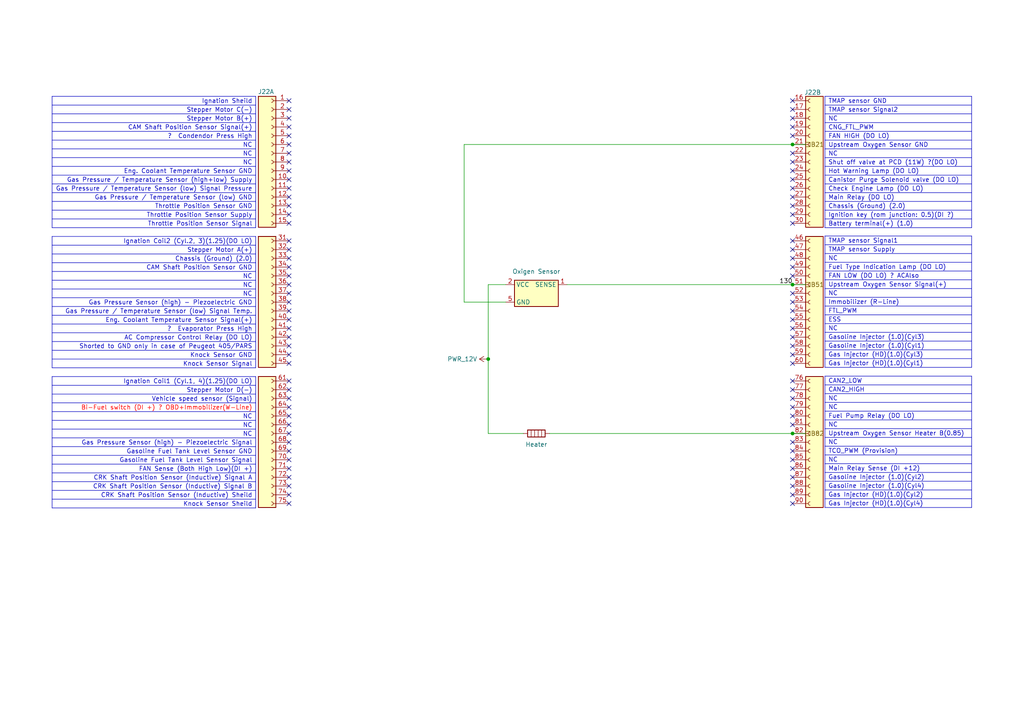
<source format=kicad_sch>
(kicad_sch (version 20250114) (generator "eeschema") (generator_version "9.0")
  (paper "A4")
  (lib_symbols
    (symbol "Device:Heater" (pin_numbers (hide yes)) (pin_names (offset 0))
      (property "Reference" "R" (at 2.032 0 90))
      (property "Value" "Heater" (at -2.032 0 90))
      (symbol "Heater_0_1"
        (polyline (pts (xy -1.016 1.524) (xy 1.016 1.524)))
        (rectangle (start -1.016 -2.54) (end 1.016 2.54) (stroke (width 0.254)))
        (polyline (pts (xy 1.016 0.508) (xy -1.016 0.508)))
        (polyline (pts (xy 1.016 -0.508) (xy -1.016 -0.508)))
        (polyline (pts (xy 1.016 -1.524) (xy -1.016 -1.524)))
      )
      (symbol "Heater_1_1"
        (pin passive line (at 0 3.81 270) (length 1.27) (name "~") (number "1"))
        (pin passive line (at 0 -3.81 90) (length 1.27) (name "~") (number "2"))
      )
    )
    (symbol "SparkFun-Sensor:MQ-7 Gas Sensor"
      (property "Reference" "U" (at -6.35 5.715 0))
      (property "Value" "MQ-7 Gas Sensor" (at -2.54 5.715 0))
      (symbol "MQ-7 Gas Sensor_0_1"
        (rectangle (start -6.35 3.81) (end 6.35 -3.81) (stroke (width 0.254)) (fill (type background)))
      )
      (symbol "MQ-7 Gas Sensor_1_1"
        (pin power_in line (at -8.89 2.54 0) (length 2.54) (name "VCC") (number "2"))
        (pin input line (at -8.89 -2.54 0) (length 2.54) (hide yes) (name "SENSE-GND") (number "4"))
        (pin power_in line (at -8.89 -2.54 0) (length 2.54) (name "GND") (number "5"))
        (pin input line (at -8.89 -2.54 0) (length 2.54) (hide yes) (name "SENSE-GND") (number "6"))
        (pin output line (at 8.89 2.54 180) (length 2.54) (name "SENSE") (number "1"))
        (pin output line (at 8.89 2.54 180) (length 2.54) (hide yes) (name "SENSE") (number "3"))
      )
    )
    (symbol "fab:PWR_12V" (power) (pin_names (offset 0))
      (property "Value" "PWR_12V" (at 0 3.556 0))
      (symbol "PWR_12V_0_1"
        (polyline (pts (xy -0.762 1.27) (xy 0 2.54)))
        (polyline (pts (xy 0 2.54) (xy 0.762 1.27)))
        (polyline (pts (xy 0 0) (xy 0 2.54)))
      )
      (symbol "PWR_12V_1_1"
        (pin power_in line (at 0 0 90) (length 0) (hide yes) (name "PWR_12V") (number "1"))
      )
    )
    (symbol "sicma_socket:Conn_01x90_3Row_Socket" (pin_names (offset 1.016) (hide yes))
      (property "Reference" "J" (at 1.524 60.833 0))
      (property "Value" "Conn_01x90_3Row_Socket" (at 1.397 -61.214 0))
      (symbol "Conn_01x90_3Row_Socket_1_1"
        (rectangle (start -0.508 59.69) (end 4.572 21.717) (stroke (width 0.254)) (fill (type background)))
        (polyline (pts (xy -0.508 58.42) (xy 0.254 58.42)) (stroke (width 0.1524)))
        (polyline (pts (xy -0.508 55.88) (xy 0.254 55.88)) (stroke (width 0.1524)))
        (polyline (pts (xy -0.508 53.34) (xy 0.254 53.34)) (stroke (width 0.1524)))
        (polyline (pts (xy -0.508 50.8) (xy 0.254 50.8)) (stroke (width 0.1524)))
        (polyline (pts (xy -0.508 48.26) (xy 0.254 48.26)) (stroke (width 0.1524)))
        (polyline (pts (xy -0.508 45.72) (xy 0.254 45.72)) (stroke (width 0.1524)))
        (polyline (pts (xy -0.508 43.18) (xy 0.254 43.18)) (stroke (width 0.1524)))
        (polyline (pts (xy -0.508 40.64) (xy 0.254 40.64)) (stroke (width 0.1524)))
        (polyline (pts (xy -0.508 38.1) (xy 0.254 38.1)) (stroke (width 0.1524)))
        (polyline (pts (xy -0.508 35.56) (xy 0.254 35.56)) (stroke (width 0.1524)))
        (polyline (pts (xy -0.508 33.02) (xy 0.254 33.02)) (stroke (width 0.1524)))
        (polyline (pts (xy -0.508 30.48) (xy 0.254 30.48)) (stroke (width 0.1524)))
        (polyline (pts (xy -0.508 27.94) (xy 0.254 27.94)) (stroke (width 0.1524)))
        (polyline (pts (xy -0.508 25.4) (xy 0.254 25.4)) (stroke (width 0.1524)))
        (polyline (pts (xy -0.508 22.86) (xy 0.254 22.86)) (stroke (width 0.1524)))
        (rectangle (start -0.508 19.05) (end 4.572 -18.923) (stroke (width 0.254)) (fill (type background)))
        (polyline (pts (xy -0.508 17.78) (xy 0.254 17.78)) (stroke (width 0.1524)))
        (polyline (pts (xy -0.508 15.24) (xy 0.254 15.24)) (stroke (width 0.1524)))
        (polyline (pts (xy -0.508 12.7) (xy 0.254 12.7)) (stroke (width 0.1524)))
        (polyline (pts (xy -0.508 10.16) (xy 0.254 10.16)) (stroke (width 0.1524)))
        (polyline (pts (xy -0.508 7.62) (xy 0.254 7.62)) (stroke (width 0.1524)))
        (polyline (pts (xy -0.508 5.08) (xy 0.254 5.08)) (stroke (width 0.1524)))
        (polyline (pts (xy -0.508 2.54) (xy 0.254 2.54)) (stroke (width 0.1524)))
        (polyline (pts (xy -0.508 0) (xy 0.254 0)) (stroke (width 0.1524)))
        (polyline (pts (xy -0.508 -2.54) (xy 0.254 -2.54)) (stroke (width 0.1524)))
        (polyline (pts (xy -0.508 -5.08) (xy 0.254 -5.08)) (stroke (width 0.1524)))
        (polyline (pts (xy -0.508 -7.62) (xy 0.254 -7.62)) (stroke (width 0.1524)))
        (polyline (pts (xy -0.508 -10.16) (xy 0.254 -10.16)) (stroke (width 0.1524)))
        (polyline (pts (xy -0.508 -12.7) (xy 0.254 -12.7)) (stroke (width 0.1524)))
        (polyline (pts (xy -0.508 -15.24) (xy 0.254 -15.24)) (stroke (width 0.1524)))
        (polyline (pts (xy -0.508 -17.78) (xy 0.254 -17.78)) (stroke (width 0.1524)))
        (rectangle (start -0.508 -21.59) (end 4.572 -59.563) (stroke (width 0.254)) (fill (type background)))
        (polyline (pts (xy -0.508 -22.86) (xy 0.254 -22.86)) (stroke (width 0.1524)))
        (polyline (pts (xy -0.508 -25.4) (xy 0.254 -25.4)) (stroke (width 0.1524)))
        (polyline (pts (xy -0.508 -27.94) (xy 0.254 -27.94)) (stroke (width 0.1524)))
        (polyline (pts (xy -0.508 -30.48) (xy 0.254 -30.48)) (stroke (width 0.1524)))
        (polyline (pts (xy -0.508 -33.02) (xy 0.254 -33.02)) (stroke (width 0.1524)))
        (polyline (pts (xy -0.508 -35.56) (xy 0.254 -35.56)) (stroke (width 0.1524)))
        (polyline (pts (xy -0.508 -38.1) (xy 0.254 -38.1)) (stroke (width 0.1524)))
        (polyline (pts (xy -0.508 -40.64) (xy 0.254 -40.64)) (stroke (width 0.1524)))
        (polyline (pts (xy -0.508 -43.18) (xy 0.254 -43.18)) (stroke (width 0.1524)))
        (polyline (pts (xy -0.508 -45.72) (xy 0.254 -45.72)) (stroke (width 0.1524)))
        (polyline (pts (xy -0.508 -48.26) (xy 0.254 -48.26)) (stroke (width 0.1524)))
        (polyline (pts (xy -0.508 -50.8) (xy 0.254 -50.8)) (stroke (width 0.1524)))
        (polyline (pts (xy -0.508 -53.34) (xy 0.254 -53.34)) (stroke (width 0.1524)))
        (polyline (pts (xy -0.508 -55.88) (xy 0.254 -55.88)) (stroke (width 0.1524)))
        (polyline (pts (xy -0.508 -58.42) (xy 0.254 -58.42)) (stroke (width 0.1524)))
        (arc (start 0.762 57.912) (mid 0.2562 58.42) (end 0.762 58.928) (stroke (width 0.1524)))
        (arc (start 0.762 55.372) (mid 0.2562 55.88) (end 0.762 56.388) (stroke (width 0.1524)))
        (arc (start 0.762 52.832) (mid 0.2562 53.34) (end 0.762 53.848) (stroke (width 0.1524)))
        (arc (start 0.762 50.292) (mid 0.2562 50.8) (end 0.762 51.308) (stroke (width 0.1524)))
        (arc (start 0.762 47.752) (mid 0.2562 48.26) (end 0.762 48.768) (stroke (width 0.1524)))
        (arc (start 0.762 45.212) (mid 0.2562 45.72) (end 0.762 46.228) (stroke (width 0.1524)))
        (arc (start 0.762 42.672) (mid 0.2562 43.18) (end 0.762 43.688) (stroke (width 0.1524)))
        (arc (start 0.762 40.132) (mid 0.2562 40.64) (end 0.762 41.148) (stroke (width 0.1524)))
        (arc (start 0.762 37.592) (mid 0.2562 38.1) (end 0.762 38.608) (stroke (width 0.1524)))
        (arc (start 0.762 35.052) (mid 0.2562 35.56) (end 0.762 36.068) (stroke (width 0.1524)))
        (arc (start 0.762 32.512) (mid 0.2562 33.02) (end 0.762 33.528) (stroke (width 0.1524)))
        (arc (start 0.762 29.972) (mid 0.2562 30.48) (end 0.762 30.988) (stroke (width 0.1524)))
        (arc (start 0.762 27.432) (mid 0.2562 27.94) (end 0.762 28.448) (stroke (width 0.1524)))
        (arc (start 0.762 24.892) (mid 0.2562 25.4) (end 0.762 25.908) (stroke (width 0.1524)))
        (arc (start 0.762 22.352) (mid 0.2562 22.86) (end 0.762 23.368) (stroke (width 0.1524)))
        (arc (start 0.762 17.272) (mid 0.2562 17.78) (end 0.762 18.288) (stroke (width 0.1524)))
        (arc (start 0.762 14.732) (mid 0.2562 15.24) (end 0.762 15.748) (stroke (width 0.1524)))
        (arc (start 0.762 12.192) (mid 0.2562 12.7) (end 0.762 13.208) (stroke (width 0.1524)))
        (arc (start 0.762 9.652) (mid 0.2562 10.16) (end 0.762 10.668) (stroke (width 0.1524)))
        (arc (start 0.762 7.112) (mid 0.2562 7.62) (end 0.762 8.128) (stroke (width 0.1524)))
        (arc (start 0.762 4.572) (mid 0.2562 5.08) (end 0.762 5.588) (stroke (width 0.1524)))
        (arc (start 0.762 2.032) (mid 0.2562 2.54) (end 0.762 3.048) (stroke (width 0.1524)))
        (arc (start 0.762 -0.508) (mid 0.2562 0) (end 0.762 0.508) (stroke (width 0.1524)))
        (arc (start 0.762 -3.048) (mid 0.2562 -2.54) (end 0.762 -2.032) (stroke (width 0.1524)))
        (arc (start 0.762 -5.588) (mid 0.2562 -5.08) (end 0.762 -4.572) (stroke (width 0.1524)))
        (arc (start 0.762 -8.128) (mid 0.2562 -7.62) (end 0.762 -7.112) (stroke (width 0.1524)))
        (arc (start 0.762 -10.668) (mid 0.2562 -10.16) (end 0.762 -9.652) (stroke (width 0.1524)))
        (arc (start 0.762 -13.208) (mid 0.2562 -12.7) (end 0.762 -12.192) (stroke (width 0.1524)))
        (arc (start 0.762 -15.748) (mid 0.2562 -15.24) (end 0.762 -14.732) (stroke (width 0.1524)))
        (arc (start 0.762 -18.288) (mid 0.2562 -17.78) (end 0.762 -17.272) (stroke (width 0.1524)))
        (arc (start 0.762 -23.368) (mid 0.2562 -22.86) (end 0.762 -22.352) (stroke (width 0.1524)))
        (arc (start 0.762 -25.908) (mid 0.2562 -25.4) (end 0.762 -24.892) (stroke (width 0.1524)))
        (arc (start 0.762 -28.448) (mid 0.2562 -27.94) (end 0.762 -27.432) (stroke (width 0.1524)))
        (arc (start 0.762 -30.988) (mid 0.2562 -30.48) (end 0.762 -29.972) (stroke (width 0.1524)))
        (arc (start 0.762 -33.528) (mid 0.2562 -33.02) (end 0.762 -32.512) (stroke (width 0.1524)))
        (arc (start 0.762 -36.068) (mid 0.2562 -35.56) (end 0.762 -35.052) (stroke (width 0.1524)))
        (arc (start 0.762 -38.608) (mid 0.2562 -38.1) (end 0.762 -37.592) (stroke (width 0.1524)))
        (arc (start 0.762 -41.148) (mid 0.2562 -40.64) (end 0.762 -40.132) (stroke (width 0.1524)))
        (arc (start 0.762 -43.688) (mid 0.2562 -43.18) (end 0.762 -42.672) (stroke (width 0.1524)))
        (arc (start 0.762 -46.228) (mid 0.2562 -45.72) (end 0.762 -45.212) (stroke (width 0.1524)))
        (arc (start 0.762 -48.768) (mid 0.2562 -48.26) (end 0.762 -47.752) (stroke (width 0.1524)))
        (arc (start 0.762 -51.308) (mid 0.2562 -50.8) (end 0.762 -50.292) (stroke (width 0.1524)))
        (arc (start 0.762 -53.848) (mid 0.2562 -53.34) (end 0.762 -52.832) (stroke (width 0.1524)))
        (arc (start 0.762 -56.388) (mid 0.2562 -55.88) (end 0.762 -55.372) (stroke (width 0.1524)))
        (arc (start 0.762 -58.928) (mid 0.2562 -58.42) (end 0.762 -57.912) (stroke (width 0.1524)))
        (pin passive line (at -4.318 58.42 0) (length 3.81) (name "A1") (number "1"))
        (pin passive line (at -4.318 55.88 0) (length 3.81) (name "A2") (number "2"))
        (pin passive line (at -4.318 53.34 0) (length 3.81) (name "A3") (number "3"))
        (pin passive line (at -4.318 50.8 0) (length 3.81) (name "A4") (number "4"))
        (pin passive line (at -4.318 48.26 0) (length 3.81) (name "A5") (number "5"))
        (pin passive line (at -4.318 45.72 0) (length 3.81) (name "A6") (number "6"))
        (pin passive line (at -4.318 43.18 0) (length 3.81) (name "A7") (number "7"))
        (pin passive line (at -4.318 40.64 0) (length 3.81) (name "A8") (number "8"))
        (pin passive line (at -4.318 38.1 0) (length 3.81) (name "A9") (number "9"))
        (pin passive line (at -4.318 35.56 0) (length 3.81) (name "A10") (number "10"))
        (pin passive line (at -4.318 33.02 0) (length 3.81) (name "A11") (number "11"))
        (pin passive line (at -4.318 30.48 0) (length 3.81) (name "A12") (number "12"))
        (pin passive line (at -4.318 27.94 0) (length 3.81) (name "A13") (number "13"))
        (pin passive line (at -4.318 25.4 0) (length 3.81) (name "A14") (number "14"))
        (pin passive line (at -4.318 22.86 0) (length 3.81) (name "A15") (number "15"))
        (pin passive line (at -4.318 17.78 0) (length 3.81) (name "A31") (number "31"))
        (pin passive line (at -4.318 15.24 0) (length 3.81) (name "A32") (number "32"))
        (pin passive line (at -4.318 12.7 0) (length 3.81) (name "A33") (number "33"))
        (pin passive line (at -4.318 10.16 0) (length 3.81) (name "A34") (number "34"))
        (pin passive line (at -4.318 7.62 0) (length 3.81) (name "A35") (number "35"))
        (pin passive line (at -4.318 5.08 0) (length 3.81) (name "A36") (number "36"))
        (pin passive line (at -4.318 2.54 0) (length 3.81) (name "A37") (number "37"))
        (pin passive line (at -4.318 0 0) (length 3.81) (name "A38") (number "38"))
        (pin passive line (at -4.318 -2.54 0) (length 3.81) (name "A39") (number "39"))
        (pin passive line (at -4.318 -5.08 0) (length 3.81) (name "A40") (number "40"))
        (pin passive line (at -4.318 -7.62 0) (length 3.81) (name "A41") (number "41"))
        (pin passive line (at -4.318 -10.16 0) (length 3.81) (name "A42") (number "42"))
        (pin passive line (at -4.318 -12.7 0) (length 3.81) (name "A43") (number "43"))
        (pin passive line (at -4.318 -15.24 0) (length 3.81) (name "A44") (number "44"))
        (pin passive line (at -4.318 -17.78 0) (length 3.81) (name "A45") (number "45"))
        (pin passive line (at -4.318 -22.86 0) (length 3.81) (name "A61") (number "61"))
        (pin passive line (at -4.318 -25.4 0) (length 3.81) (name "A62") (number "62"))
        (pin passive line (at -4.318 -27.94 0) (length 3.81) (name "A63") (number "63"))
        (pin passive line (at -4.318 -30.48 0) (length 3.81) (name "A64") (number "64"))
        (pin passive line (at -4.318 -33.02 0) (length 3.81) (name "A65") (number "65"))
        (pin passive line (at -4.318 -35.56 0) (length 3.81) (name "A66") (number "66"))
        (pin passive line (at -4.318 -38.1 0) (length 3.81) (name "A67") (number "67"))
        (pin passive line (at -4.318 -40.64 0) (length 3.81) (name "A68") (number "68"))
        (pin passive line (at -4.318 -43.18 0) (length 3.81) (name "A69") (number "69"))
        (pin passive line (at -4.318 -45.72 0) (length 3.81) (name "A70") (number "70"))
        (pin passive line (at -4.318 -48.26 0) (length 3.81) (name "A71") (number "71"))
        (pin passive line (at -4.318 -50.8 0) (length 3.81) (name "A72") (number "72"))
        (pin passive line (at -4.318 -53.34 0) (length 3.81) (name "A73") (number "73"))
        (pin passive line (at -4.318 -55.88 0) (length 3.81) (name "A74") (number "74"))
        (pin passive line (at -4.318 -58.42 0) (length 3.81) (name "A75") (number "75"))
      )
      (symbol "Conn_01x90_3Row_Socket_2_1"
        (rectangle (start -0.508 59.69) (end 4.572 21.717) (stroke (width 0.254)) (fill (type background)))
        (polyline (pts (xy -0.508 58.42) (xy 0.254 58.42)) (stroke (width 0.1524)))
        (polyline (pts (xy -0.508 55.88) (xy 0.254 55.88)) (stroke (width 0.1524)))
        (polyline (pts (xy -0.508 53.34) (xy 0.254 53.34)) (stroke (width 0.1524)))
        (polyline (pts (xy -0.508 50.8) (xy 0.254 50.8)) (stroke (width 0.1524)))
        (polyline (pts (xy -0.508 48.26) (xy 0.254 48.26)) (stroke (width 0.1524)))
        (polyline (pts (xy -0.508 45.72) (xy 0.254 45.72)) (stroke (width 0.1524)))
        (polyline (pts (xy -0.508 43.18) (xy 0.254 43.18)) (stroke (width 0.1524)))
        (polyline (pts (xy -0.508 40.64) (xy 0.254 40.64)) (stroke (width 0.1524)))
        (polyline (pts (xy -0.508 38.1) (xy 0.254 38.1)) (stroke (width 0.1524)))
        (polyline (pts (xy -0.508 35.56) (xy 0.254 35.56)) (stroke (width 0.1524)))
        (polyline (pts (xy -0.508 33.02) (xy 0.254 33.02)) (stroke (width 0.1524)))
        (polyline (pts (xy -0.508 30.48) (xy 0.254 30.48)) (stroke (width 0.1524)))
        (polyline (pts (xy -0.508 27.94) (xy 0.254 27.94)) (stroke (width 0.1524)))
        (polyline (pts (xy -0.508 25.4) (xy 0.254 25.4)) (stroke (width 0.1524)))
        (polyline (pts (xy -0.508 22.86) (xy 0.254 22.86)) (stroke (width 0.1524)))
        (rectangle (start -0.508 19.05) (end 4.572 -18.923) (stroke (width 0.254)) (fill (type background)))
        (polyline (pts (xy -0.508 17.78) (xy 0.254 17.78)) (stroke (width 0.1524)))
        (polyline (pts (xy -0.508 15.24) (xy 0.254 15.24)) (stroke (width 0.1524)))
        (polyline (pts (xy -0.508 12.7) (xy 0.254 12.7)) (stroke (width 0.1524)))
        (polyline (pts (xy -0.508 10.16) (xy 0.254 10.16)) (stroke (width 0.1524)))
        (polyline (pts (xy -0.508 7.62) (xy 0.254 7.62)) (stroke (width 0.1524)))
        (polyline (pts (xy -0.508 5.08) (xy 0.254 5.08)) (stroke (width 0.1524)))
        (polyline (pts (xy -0.508 2.54) (xy 0.254 2.54)) (stroke (width 0.1524)))
        (polyline (pts (xy -0.508 0) (xy 0.254 0)) (stroke (width 0.1524)))
        (polyline (pts (xy -0.508 -2.54) (xy 0.254 -2.54)) (stroke (width 0.1524)))
        (polyline (pts (xy -0.508 -5.08) (xy 0.254 -5.08)) (stroke (width 0.1524)))
        (polyline (pts (xy -0.508 -7.62) (xy 0.254 -7.62)) (stroke (width 0.1524)))
        (polyline (pts (xy -0.508 -10.16) (xy 0.254 -10.16)) (stroke (width 0.1524)))
        (polyline (pts (xy -0.508 -12.7) (xy 0.254 -12.7)) (stroke (width 0.1524)))
        (polyline (pts (xy -0.508 -15.24) (xy 0.254 -15.24)) (stroke (width 0.1524)))
        (polyline (pts (xy -0.508 -17.78) (xy 0.254 -17.78)) (stroke (width 0.1524)))
        (rectangle (start -0.508 -21.59) (end 4.572 -59.563) (stroke (width 0.254)) (fill (type background)))
        (polyline (pts (xy -0.508 -22.86) (xy 0.254 -22.86)) (stroke (width 0.1524)))
        (polyline (pts (xy -0.508 -25.4) (xy 0.254 -25.4)) (stroke (width 0.1524)))
        (polyline (pts (xy -0.508 -27.94) (xy 0.254 -27.94)) (stroke (width 0.1524)))
        (polyline (pts (xy -0.508 -30.48) (xy 0.254 -30.48)) (stroke (width 0.1524)))
        (polyline (pts (xy -0.508 -33.02) (xy 0.254 -33.02)) (stroke (width 0.1524)))
        (polyline (pts (xy -0.508 -35.56) (xy 0.254 -35.56)) (stroke (width 0.1524)))
        (polyline (pts (xy -0.508 -38.1) (xy 0.254 -38.1)) (stroke (width 0.1524)))
        (polyline (pts (xy -0.508 -40.64) (xy 0.254 -40.64)) (stroke (width 0.1524)))
        (polyline (pts (xy -0.508 -43.18) (xy 0.254 -43.18)) (stroke (width 0.1524)))
        (polyline (pts (xy -0.508 -45.72) (xy 0.254 -45.72)) (stroke (width 0.1524)))
        (polyline (pts (xy -0.508 -48.26) (xy 0.254 -48.26)) (stroke (width 0.1524)))
        (polyline (pts (xy -0.508 -50.8) (xy 0.254 -50.8)) (stroke (width 0.1524)))
        (polyline (pts (xy -0.508 -53.34) (xy 0.254 -53.34)) (stroke (width 0.1524)))
        (polyline (pts (xy -0.508 -55.88) (xy 0.254 -55.88)) (stroke (width 0.1524)))
        (polyline (pts (xy -0.508 -58.42) (xy 0.254 -58.42)) (stroke (width 0.1524)))
        (arc (start 0.762 57.912) (mid 0.2562 58.42) (end 0.762 58.928) (stroke (width 0.1524)))
        (arc (start 0.762 55.372) (mid 0.2562 55.88) (end 0.762 56.388) (stroke (width 0.1524)))
        (arc (start 0.762 52.832) (mid 0.2562 53.34) (end 0.762 53.848) (stroke (width 0.1524)))
        (arc (start 0.762 50.292) (mid 0.2562 50.8) (end 0.762 51.308) (stroke (width 0.1524)))
        (arc (start 0.762 47.752) (mid 0.2562 48.26) (end 0.762 48.768) (stroke (width 0.1524)))
        (arc (start 0.762 45.212) (mid 0.2562 45.72) (end 0.762 46.228) (stroke (width 0.1524)))
        (arc (start 0.762 42.672) (mid 0.2562 43.18) (end 0.762 43.688) (stroke (width 0.1524)))
        (arc (start 0.762 40.132) (mid 0.2562 40.64) (end 0.762 41.148) (stroke (width 0.1524)))
        (arc (start 0.762 37.592) (mid 0.2562 38.1) (end 0.762 38.608) (stroke (width 0.1524)))
        (arc (start 0.762 35.052) (mid 0.2562 35.56) (end 0.762 36.068) (stroke (width 0.1524)))
        (arc (start 0.762 32.512) (mid 0.2562 33.02) (end 0.762 33.528) (stroke (width 0.1524)))
        (arc (start 0.762 29.972) (mid 0.2562 30.48) (end 0.762 30.988) (stroke (width 0.1524)))
        (arc (start 0.762 27.432) (mid 0.2562 27.94) (end 0.762 28.448) (stroke (width 0.1524)))
        (arc (start 0.762 24.892) (mid 0.2562 25.4) (end 0.762 25.908) (stroke (width 0.1524)))
        (arc (start 0.762 22.352) (mid 0.2562 22.86) (end 0.762 23.368) (stroke (width 0.1524)))
        (arc (start 0.762 17.272) (mid 0.2562 17.78) (end 0.762 18.288) (stroke (width 0.1524)))
        (arc (start 0.762 14.732) (mid 0.2562 15.24) (end 0.762 15.748) (stroke (width 0.1524)))
        (arc (start 0.762 12.192) (mid 0.2562 12.7) (end 0.762 13.208) (stroke (width 0.1524)))
        (arc (start 0.762 9.652) (mid 0.2562 10.16) (end 0.762 10.668) (stroke (width 0.1524)))
        (arc (start 0.762 7.112) (mid 0.2562 7.62) (end 0.762 8.128) (stroke (width 0.1524)))
        (arc (start 0.762 4.572) (mid 0.2562 5.08) (end 0.762 5.588) (stroke (width 0.1524)))
        (arc (start 0.762 2.032) (mid 0.2562 2.54) (end 0.762 3.048) (stroke (width 0.1524)))
        (arc (start 0.762 -0.508) (mid 0.2562 0) (end 0.762 0.508) (stroke (width 0.1524)))
        (arc (start 0.762 -3.048) (mid 0.2562 -2.54) (end 0.762 -2.032) (stroke (width 0.1524)))
        (arc (start 0.762 -5.588) (mid 0.2562 -5.08) (end 0.762 -4.572) (stroke (width 0.1524)))
        (arc (start 0.762 -8.128) (mid 0.2562 -7.62) (end 0.762 -7.112) (stroke (width 0.1524)))
        (arc (start 0.762 -10.668) (mid 0.2562 -10.16) (end 0.762 -9.652) (stroke (width 0.1524)))
        (arc (start 0.762 -13.208) (mid 0.2562 -12.7) (end 0.762 -12.192) (stroke (width 0.1524)))
        (arc (start 0.762 -15.748) (mid 0.2562 -15.24) (end 0.762 -14.732) (stroke (width 0.1524)))
        (arc (start 0.762 -18.288) (mid 0.2562 -17.78) (end 0.762 -17.272) (stroke (width 0.1524)))
        (arc (start 0.762 -23.368) (mid 0.2562 -22.86) (end 0.762 -22.352) (stroke (width 0.1524)))
        (arc (start 0.762 -25.908) (mid 0.2562 -25.4) (end 0.762 -24.892) (stroke (width 0.1524)))
        (arc (start 0.762 -28.448) (mid 0.2562 -27.94) (end 0.762 -27.432) (stroke (width 0.1524)))
        (arc (start 0.762 -30.988) (mid 0.2562 -30.48) (end 0.762 -29.972) (stroke (width 0.1524)))
        (arc (start 0.762 -33.528) (mid 0.2562 -33.02) (end 0.762 -32.512) (stroke (width 0.1524)))
        (arc (start 0.762 -36.068) (mid 0.2562 -35.56) (end 0.762 -35.052) (stroke (width 0.1524)))
        (arc (start 0.762 -38.608) (mid 0.2562 -38.1) (end 0.762 -37.592) (stroke (width 0.1524)))
        (arc (start 0.762 -41.148) (mid 0.2562 -40.64) (end 0.762 -40.132) (stroke (width 0.1524)))
        (arc (start 0.762 -43.688) (mid 0.2562 -43.18) (end 0.762 -42.672) (stroke (width 0.1524)))
        (arc (start 0.762 -46.228) (mid 0.2562 -45.72) (end 0.762 -45.212) (stroke (width 0.1524)))
        (arc (start 0.762 -48.768) (mid 0.2562 -48.26) (end 0.762 -47.752) (stroke (width 0.1524)))
        (arc (start 0.762 -51.308) (mid 0.2562 -50.8) (end 0.762 -50.292) (stroke (width 0.1524)))
        (arc (start 0.762 -53.848) (mid 0.2562 -53.34) (end 0.762 -52.832) (stroke (width 0.1524)))
        (arc (start 0.762 -56.388) (mid 0.2562 -55.88) (end 0.762 -55.372) (stroke (width 0.1524)))
        (arc (start 0.762 -58.928) (mid 0.2562 -58.42) (end 0.762 -57.912) (stroke (width 0.1524)))
        (pin passive line (at -4.318 58.42 0) (length 3.81) (name "B16") (number "16"))
        (pin passive line (at -4.318 55.88 0) (length 3.81) (name "B17") (number "17"))
        (pin passive line (at -4.318 53.34 0) (length 3.81) (name "B18") (number "18"))
        (pin passive line (at -4.318 50.8 0) (length 3.81) (name "B19") (number "19"))
        (pin passive line (at -4.318 48.26 0) (length 3.81) (name "B20") (number "20"))
        (pin passive line (at -4.318 45.72 0) (length 3.81) (name "B21") (number "21"))
        (pin passive line (at -4.318 43.18 0) (length 3.81) (name "B22") (number "22"))
        (pin passive line (at -4.318 40.64 0) (length 3.81) (name "B23") (number "23"))
        (pin passive line (at -4.318 38.1 0) (length 3.81) (name "B24") (number "24"))
        (pin passive line (at -4.318 35.56 0) (length 3.81) (name "B25") (number "25"))
        (pin passive line (at -4.318 33.02 0) (length 3.81) (name "B26") (number "26"))
        (pin passive line (at -4.318 30.48 0) (length 3.81) (name "B27") (number "27"))
        (pin passive line (at -4.318 27.94 0) (length 3.81) (name "B28") (number "28"))
        (pin passive line (at -4.318 25.4 0) (length 3.81) (name "B29") (number "29"))
        (pin passive line (at -4.318 22.86 0) (length 3.81) (name "B30") (number "30"))
        (pin passive line (at -4.318 17.78 0) (length 3.81) (name "B46") (number "46"))
        (pin passive line (at -4.318 15.24 0) (length 3.81) (name "B47") (number "47"))
        (pin passive line (at -4.318 12.7 0) (length 3.81) (name "B48") (number "48"))
        (pin passive line (at -4.318 10.16 0) (length 3.81) (name "B49") (number "49"))
        (pin passive line (at -4.318 7.62 0) (length 3.81) (name "B50") (number "50"))
        (pin passive line (at -4.318 5.08 0) (length 3.81) (name "B51") (number "51"))
        (pin passive line (at -4.318 2.54 0) (length 3.81) (name "B52") (number "52"))
        (pin passive line (at -4.318 0 0) (length 3.81) (name "B53") (number "53"))
        (pin passive line (at -4.318 -2.54 0) (length 3.81) (name "B54") (number "54"))
        (pin passive line (at -4.318 -5.08 0) (length 3.81) (name "B55") (number "55"))
        (pin passive line (at -4.318 -7.62 0) (length 3.81) (name "B56") (number "56"))
        (pin passive line (at -4.318 -10.16 0) (length 3.81) (name "B57") (number "57"))
        (pin passive line (at -4.318 -12.7 0) (length 3.81) (name "B58") (number "58"))
        (pin passive line (at -4.318 -15.24 0) (length 3.81) (name "B59") (number "59"))
        (pin passive line (at -4.318 -17.78 0) (length 3.81) (name "B60") (number "60"))
        (pin passive line (at -4.318 -22.86 0) (length 3.81) (name "B76") (number "76"))
        (pin passive line (at -4.318 -25.4 0) (length 3.81) (name "B77") (number "77"))
        (pin passive line (at -4.318 -27.94 0) (length 3.81) (name "B78") (number "78"))
        (pin passive line (at -4.318 -30.48 0) (length 3.81) (name "B79") (number "79"))
        (pin passive line (at -4.318 -33.02 0) (length 3.81) (name "B80") (number "80"))
        (pin passive line (at -4.318 -35.56 0) (length 3.81) (name "B81") (number "81"))
        (pin passive line (at -4.318 -38.1 0) (length 3.81) (name "B82") (number "82"))
        (pin passive line (at -4.318 -40.64 0) (length 3.81) (name "B83") (number "83"))
        (pin passive line (at -4.318 -43.18 0) (length 3.81) (name "B84") (number "84"))
        (pin passive line (at -4.318 -45.72 0) (length 3.81) (name "B85") (number "85"))
        (pin passive line (at -4.318 -48.26 0) (length 3.81) (name "B86") (number "86"))
        (pin passive line (at -4.318 -50.8 0) (length 3.81) (name "B87") (number "87"))
        (pin passive line (at -4.318 -53.34 0) (length 3.81) (name "B88") (number "88"))
        (pin passive line (at -4.318 -55.88 0) (length 3.81) (name "B89") (number "89"))
        (pin passive line (at -4.318 -58.42 0) (length 3.81) (name "B90") (number "90"))
      )
    )
  )
  (junction (at 141.605 104.14))
  (junction (at 229.87 125.73))
  (junction (at 229.87 41.91))
  (junction (at 229.87 82.55))
  (no_connect (at 83.82 130.81))
  (no_connect (at 229.87 29.21))
  (no_connect (at 83.82 138.43))
  (no_connect (at 83.82 62.23))
  (no_connect (at 229.87 92.71))
  (no_connect (at 229.87 57.15))
  (no_connect (at 83.82 36.83))
  (no_connect (at 229.87 118.11))
  (no_connect (at 229.87 105.41))
  (no_connect (at 229.87 128.27))
  (no_connect (at 229.87 31.75))
  (no_connect (at 229.87 64.77))
  (no_connect (at 83.82 90.17))
  (no_connect (at 229.87 36.83))
  (no_connect (at 83.82 95.25))
  (no_connect (at 83.82 125.73))
  (no_connect (at 83.82 34.29))
  (no_connect (at 83.82 97.79))
  (no_connect (at 229.87 90.17))
  (no_connect (at 229.87 85.09))
  (no_connect (at 229.87 34.29))
  (no_connect (at 229.87 80.01))
  (no_connect (at 83.82 87.63))
  (no_connect (at 229.87 120.65))
  (no_connect (at 83.82 31.75))
  (no_connect (at 83.82 52.07))
  (no_connect (at 83.82 92.71))
  (no_connect (at 83.82 44.45))
  (no_connect (at 229.87 113.03))
  (no_connect (at 229.87 138.43))
  (no_connect (at 229.87 62.23))
  (no_connect (at 229.87 135.89))
  (no_connect (at 229.87 39.37))
  (no_connect (at 83.82 39.37))
  (no_connect (at 83.82 118.11))
  (no_connect (at 83.82 74.93))
  (no_connect (at 83.82 115.57))
  (no_connect (at 229.87 146.05))
  (no_connect (at 229.87 143.51))
  (no_connect (at 83.82 100.33))
  (no_connect (at 83.82 29.21))
  (no_connect (at 83.82 105.41))
  (no_connect (at 83.82 123.19))
  (no_connect (at 83.82 120.65))
  (no_connect (at 83.82 140.97))
  (no_connect (at 83.82 54.61))
  (no_connect (at 83.82 85.09))
  (no_connect (at 229.87 102.87))
  (no_connect (at 83.82 69.85))
  (no_connect (at 229.87 74.93))
  (no_connect (at 229.87 130.81))
  (no_connect (at 229.87 140.97))
  (no_connect (at 229.87 97.79))
  (no_connect (at 83.82 77.47))
  (no_connect (at 229.87 87.63))
  (no_connect (at 229.87 49.53))
  (no_connect (at 229.87 95.25))
  (no_connect (at 83.82 82.55))
  (no_connect (at 83.82 143.51))
  (no_connect (at 229.87 54.61))
  (no_connect (at 83.82 64.77))
  (no_connect (at 229.87 44.45))
  (no_connect (at 229.87 69.85))
  (no_connect (at 83.82 135.89))
  (no_connect (at 229.87 46.99))
  (no_connect (at 83.82 46.99))
  (no_connect (at 83.82 110.49))
  (no_connect (at 83.82 59.69))
  (no_connect (at 229.87 133.35))
  (no_connect (at 83.82 128.27))
  (no_connect (at 229.87 123.19))
  (no_connect (at 83.82 72.39))
  (no_connect (at 229.87 52.07))
  (no_connect (at 229.87 115.57))
  (no_connect (at 83.82 57.15))
  (no_connect (at 229.87 77.47))
  (no_connect (at 83.82 102.87))
  (no_connect (at 83.82 133.35))
  (no_connect (at 229.87 110.49))
  (no_connect (at 83.82 41.91))
  (no_connect (at 229.87 100.33))
  (no_connect (at 83.82 146.05))
  (no_connect (at 83.82 113.03))
  (no_connect (at 229.87 59.69))
  (no_connect (at 83.82 80.01))
  (no_connect (at 83.82 49.53))
  (no_connect (at 229.87 72.39))
  (wire (pts (xy 141.605 104.14) (xy 141.605 125.73)))
  (wire (pts (xy 164.465 82.55) (xy 229.87 82.55)))
  (wire (pts (xy 229.87 41.91) (xy 233.68 41.91)))
  (wire (pts (xy 134.62 41.91) (xy 134.62 87.63)))
  (wire (pts (xy 146.685 82.55) (xy 141.605 82.55)))
  (wire (pts (xy 141.605 82.55) (xy 141.605 104.14)))
  (wire (pts (xy 159.385 125.73) (xy 229.87 125.73)))
  (wire (pts (xy 134.62 41.91) (xy 229.87 41.91)))
  (wire (pts (xy 134.62 87.63) (xy 146.685 87.63)))
  (wire (pts (xy 229.87 82.55) (xy 233.68 82.55)))
  (wire (pts (xy 151.765 125.73) (xy 141.605 125.73)))
  (wire (pts (xy 229.87 125.73) (xy 233.68 125.73)))
  (table (column_count 1) (border (external yes) (header yes)) (separators (rows yes) (cols yes)) (column_widths 42.545) (row_heights 2.54 2.54 2.54 2.54 2.54 2.54 2.54 2.54 2.54 2.54 2.54 2.54 2.54 2.54 2.54) (cells (table_cell "CAN2_LOW" (at 239.268 109.093 0) (size 42.545 2.54) (margins 0.9525 0.9525 0.9525 0.9525) (span 1 1)) (table_cell "CAN2_HIGH" (at 239.268 111.633 0) (size 42.545 2.54) (margins 0.9525 0.9525 0.9525 0.9525) (span 1 1)) (table_cell "NC" (at 239.268 114.173 0) (size 42.545 2.54) (margins 0.9525 0.9525 0.9525 0.9525) (span 1 1)) (table_cell "NC" (at 239.268 116.713 0) (size 42.545 2.54) (margins 0.9525 0.9525 0.9525 0.9525) (span 1 1)) (table_cell "Fuel Pump Relay (DO LO)" (at 239.268 119.253 0) (size 42.545 2.54) (margins 0.9525 0.9525 0.9525 0.9525) (span 1 1)) (table_cell "NC" (at 239.268 121.793 0) (size 42.545 2.54) (margins 0.9525 0.9525 0.9525 0.9525) (span 1 1)) (table_cell "Upstream Oxygen Sensor Heater B(0.85)" (at 239.268 124.333 0) (size 42.545 2.54) (margins 0.9525 0.9525 0.9525 0.9525) (span 1 1)) (table_cell "NC" (at 239.268 126.873 0) (size 42.545 2.54) (margins 0.9525 0.9525 0.9525 0.9525) (span 1 1)) (table_cell "TCO_PWM (Provision)" (at 239.268 129.413 0) (size 42.545 2.54) (margins 0.9525 0.9525 0.9525 0.9525) (span 1 1)) (table_cell "NC" (at 239.268 131.953 0) (size 42.545 2.54) (margins 0.9525 0.9525 0.9525 0.9525) (span 1 1)) (table_cell "Main Relay Sense (DI +12)" (at 239.268 134.493 0) (size 42.545 2.54) (margins 0.9525 0.9525 0.9525 0.9525) (span 1 1)) (table_cell "Gasoline Injector (1.0)(Cyl2)" (at 239.268 137.033 0) (size 42.545 2.54) (margins 0.9525 0.9525 0.9525 0.9525) (span 1 1)) (table_cell "Gasoline Injector (1.0)(Cyl4)" (at 239.268 139.573 0) (size 42.545 2.54) (margins 0.9525 0.9525 0.9525 0.9525) (span 1 1)) (table_cell "Gas Injector (HD)(1.0)(Cyl2)" (at 239.268 142.113 0) (size 42.545 2.54) (margins 0.9525 0.9525 0.9525 0.9525) (span 1 1)) (table_cell "Gas Injector (HD)(1.0)(Cyl4)" (at 239.268 144.653 0) (size 42.545 2.54) (margins 0.9525 0.9525 0.9525 0.9525) (span 1 1))))
  (table (column_count 1) (border (external yes) (header no)) (separators (rows yes) (cols no)) (column_widths 59.055) (row_heights 2.54 2.54 2.54 2.54 2.54 2.54 2.54 2.54 2.54 2.54 2.54 2.54 2.54 2.54 2.54) (cells (table_cell "Ignation Sheild" (at 15.113 27.94 0) (size 59.055 2.54) (margins 0.9525 0.9525 0.9525 0.9525) (span 1 1)) (table_cell "Stepper Motor C(-)" (at 15.113 30.48 0) (size 59.055 2.54) (margins 0.9525 0.9525 0.9525 0.9525) (span 1 1)) (table_cell "Stepper Motor B(+)" (at 15.113 33.02 0) (size 59.055 2.54) (margins 0.9525 0.9525 0.9525 0.9525) (span 1 1)) (table_cell "CAM Shaft Position Sensor Signal(+)" (at 15.113 35.56 0) (size 59.055 2.54) (margins 0.9525 0.9525 0.9525 0.9525) (span 1 1)) (table_cell "?  Condendor Press High" (at 15.113 38.1 0) (size 59.055 2.54) (margins 0.9525 0.9525 0.9525 0.9525) (span 1 1)) (table_cell "NC" (at 15.113 40.64 0) (size 59.055 2.54) (margins 0.9525 0.9525 0.9525 0.9525) (span 1 1)) (table_cell "NC" (at 15.113 43.18 0) (size 59.055 2.54) (margins 0.9525 0.9525 0.9525 0.9525) (span 1 1)) (table_cell "NC" (at 15.113 45.72 0) (size 59.055 2.54) (margins 0.9525 0.9525 0.9525 0.9525) (span 1 1)) (table_cell "Eng. Coolant Temperature Sensor GND" (at 15.113 48.26 0) (size 59.055 2.54) (margins 0.9525 0.9525 0.9525 0.9525) (span 1 1)) (table_cell "Gas Pressure / Temperature Sensor (high+low) Supply" (at 15.113 50.8 0) (size 59.055 2.54) (margins 0.9525 0.9525 0.9525 0.9525) (span 1 1)) (table_cell "Gas Pressure / Temperature Sensor (low) Signal Pressure" (at 15.113 53.34 0) (size 59.055 2.54) (margins 0.9525 0.9525 0.9525 0.9525) (span 1 1)) (table_cell "Gas Pressure / Temperature Sensor (low) GND" (at 15.113 55.88 0) (size 59.055 2.54) (margins 0.9525 0.9525 0.9525 0.9525) (span 1 1)) (table_cell "Throttle Position Sensor GND" (at 15.113 58.42 0) (size 59.055 2.54) (margins 0.9525 0.9525 0.9525 0.9525) (span 1 1)) (table_cell "Throttle Position Sensor Supply" (at 15.113 60.96 0) (size 59.055 2.54) (margins 0.9525 0.9525 0.9525 0.9525) (span 1 1)) (table_cell "Throttle Position Sensor Signal" (at 15.113 63.5 0) (size 59.055 2.54) (margins 0.9525 0.9525 0.9525 0.9525) (span 1 1))))
  (table (column_count 1) (border (external yes) (header yes)) (separators (rows yes) (cols yes)) (column_widths 42.545) (row_heights 2.54 2.54 2.54 2.54 2.54 2.54 2.54 2.54 2.54 2.54 2.54 2.54 2.54 2.54 2.54) (cells (table_cell "TMAP sensor Signal1" (at 239.268 68.453 0) (size 42.545 2.54) (margins 0.9525 0.9525 0.9525 0.9525) (span 1 1)) (table_cell "TMAP sensor Supply" (at 239.268 70.993 0) (size 42.545 2.54) (margins 0.9525 0.9525 0.9525 0.9525) (span 1 1)) (table_cell "NC" (at 239.268 73.533 0) (size 42.545 2.54) (margins 0.9525 0.9525 0.9525 0.9525) (span 1 1)) (table_cell "Fuel Type Indication Lamp (DO LO)" (at 239.268 76.073 0) (size 42.545 2.54) (margins 0.9525 0.9525 0.9525 0.9525) (span 1 1)) (table_cell "FAN LOW (DO LO) ? ACAlso" (at 239.268 78.613 0) (size 42.545 2.54) (margins 0.9525 0.9525 0.9525 0.9525) (span 1 1)) (table_cell "Upstream Oxygen Sensor Signal(+)" (at 239.268 81.153 0) (size 42.545 2.54) (margins 0.9525 0.9525 0.9525 0.9525) (span 1 1)) (table_cell "NC" (at 239.268 83.693 0) (size 42.545 2.54) (margins 0.9525 0.9525 0.9525 0.9525) (span 1 1)) (table_cell "Immobilizer (R-Line)" (at 239.268 86.233 0) (size 42.545 2.54) (margins 0.9525 0.9525 0.9525 0.9525) (span 1 1)) (table_cell "FTL_PWM" (at 239.268 88.773 0) (size 42.545 2.54) (margins 0.9525 0.9525 0.9525 0.9525) (span 1 1)) (table_cell "ESS" (at 239.268 91.313 0) (size 42.545 2.54) (margins 0.9525 0.9525 0.9525 0.9525) (span 1 1)) (table_cell "NC" (at 239.268 93.853 0) (size 42.545 2.54) (margins 0.9525 0.9525 0.9525 0.9525) (span 1 1)) (table_cell "Gasoline Injector (1.0)(Cyl3)" (at 239.268 96.393 0) (size 42.545 2.54) (margins 0.9525 0.9525 0.9525 0.9525) (span 1 1)) (table_cell "Gasoline Injector (1.0)(Cyl1)" (at 239.268 98.933 0) (size 42.545 2.54) (margins 0.9525 0.9525 0.9525 0.9525) (span 1 1)) (table_cell "Gas Injector (HD)(1.0)(Cyl3)" (at 239.268 101.473 0) (size 42.545 2.54) (margins 0.9525 0.9525 0.9525 0.9525) (span 1 1)) (table_cell "Gas Injector (HD)(1.0)(Cyl1)" (at 239.268 104.013 0) (size 42.545 2.54) (margins 0.9525 0.9525 0.9525 0.9525) (span 1 1))))
  (table (column_count 1) (border (external yes) (header yes)) (separators (rows yes) (cols yes)) (column_widths 59.055) (row_heights 2.54 2.54 2.54 2.54 2.54 2.54 2.54 2.54 2.54 2.54 2.54 2.54 2.54 2.54 2.54) (cells (table_cell "Ignation Coil2 (Cyl.2, 3)(1.25)(DO LO)" (at 15.113 68.58 0) (size 59.055 2.54) (margins 0.9525 0.9525 0.9525 0.9525) (span 1 1)) (table_cell "Stepper Motor A(+)" (at 15.113 71.12 0) (size 59.055 2.54) (margins 0.9525 0.9525 0.9525 0.9525) (span 1 1)) (table_cell "Chassis (Ground) (2.0)" (at 15.113 73.66 0) (size 59.055 2.54) (margins 0.9525 0.9525 0.9525 0.9525) (span 1 1)) (table_cell "CAM Shaft Position Sensor GND" (at 15.113 76.2 0) (size 59.055 2.54) (margins 0.9525 0.9525 0.9525 0.9525) (span 1 1)) (table_cell "NC" (at 15.113 78.74 0) (size 59.055 2.54) (margins 0.9525 0.9525 0.9525 0.9525) (span 1 1)) (table_cell "NC" (at 15.113 81.28 0) (size 59.055 2.54) (margins 0.9525 0.9525 0.9525 0.9525) (span 1 1)) (table_cell "NC" (at 15.113 83.82 0) (size 59.055 2.54) (margins 0.9525 0.9525 0.9525 0.9525) (span 1 1)) (table_cell "Gas Pressure Sensor (high) - Piezoelectric GND" (at 15.113 86.36 0) (size 59.055 2.54) (margins 0.9525 0.9525 0.9525 0.9525) (span 1 1)) (table_cell "Gas Pressure / Temperature Sensor (low) Signal Temp." (at 15.113 88.9 0) (size 59.055 2.54) (margins 0.9525 0.9525 0.9525 0.9525) (span 1 1)) (table_cell "Eng. Coolant Temperature Sensor Signal(+)" (at 15.113 91.44 0) (size 59.055 2.54) (margins 0.9525 0.9525 0.9525 0.9525) (span 1 1)) (table_cell "?  Evaporator Press High" (at 15.113 93.98 0) (size 59.055 2.54) (margins 0.9525 0.9525 0.9525 0.9525) (span 1 1)) (table_cell "AC Compressor Control Relay (DO LO)" (at 15.113 96.52 0) (size 59.055 2.54) (margins 0.9525 0.9525 0.9525 0.9525) (span 1 1)) (table_cell "Shorted to GND only in case of Peugeot 405/PARS" (at 15.113 99.06 0) (size 59.055 2.54) (margins 0.9525 0.9525 0.9525 0.9525) (span 1 1)) (table_cell "Knock Sensor GND" (at 15.113 101.6 0) (size 59.055 2.54) (margins 0.9525 0.9525 0.9525 0.9525) (span 1 1)) (table_cell "Knock Sensor Signal" (at 15.113 104.14 0) (size 59.055 2.54) (margins 0.9525 0.9525 0.9525 0.9525) (span 1 1))))
  (table (column_count 1) (border (external yes) (header yes)) (separators (rows yes) (cols yes)) (column_widths 59.055) (row_heights 2.54 2.54 2.54 2.54 2.54 2.54 2.54 2.54 2.54 2.54 2.54 2.54 2.54 2.54 2.54) (cells (table_cell "Ignation Coil1 (Cyl.1, 4)(1.25)(DO LO)" (at 15.113 109.22 0) (size 59.055 2.54) (margins 0.9525 0.9525 0.9525 0.9525) (span 1 1)) (table_cell "Stepper Motor D(-)" (at 15.113 111.76 0) (size 59.055 2.54) (margins 0.9525 0.9525 0.9525 0.9525) (span 1 1)) (table_cell "Vehicle speed sensor (Signal)" (at 15.113 114.3 0) (size 59.055 2.54) (margins 0.9525 0.9525 0.9525 0.9525) (span 1 1)) (table_cell "Bi-Fuel switch (DI +) ? OBD+Immobilizer(W-Line)" (at 15.113 116.84 0) (size 59.055 2.54) (margins 0.9525 0.9525 0.9525 0.9525) (span 1 1)) (table_cell "NC" (at 15.113 119.38 0) (size 59.055 2.54) (margins 0.9525 0.9525 0.9525 0.9525) (span 1 1)) (table_cell "NC" (at 15.113 121.92 0) (size 59.055 2.54) (margins 0.9525 0.9525 0.9525 0.9525) (span 1 1)) (table_cell "NC" (at 15.113 124.46 0) (size 59.055 2.54) (margins 0.9525 0.9525 0.9525 0.9525) (span 1 1)) (table_cell "Gas Pressure Sensor (high) - Piezoelectric Signal" (at 15.113 127 0) (size 59.055 2.54) (margins 0.9525 0.9525 0.9525 0.9525) (span 1 1)) (table_cell "Gasoline Fuel Tank Level Sensor GND" (at 15.113 129.54 0) (size 59.055 2.54) (margins 0.9525 0.9525 0.9525 0.9525) (span 1 1)) (table_cell "Gasoline Fuel Tank Level Sensor Signal" (at 15.113 132.08 0) (size 59.055 2.54) (margins 0.9525 0.9525 0.9525 0.9525) (span 1 1)) (table_cell "FAN Sense (Both High Low)(DI +)" (at 15.113 134.62 0) (size 59.055 2.54) (margins 0.9525 0.9525 0.9525 0.9525) (span 1 1)) (table_cell "CRK Shaft Position Sensor (Inductive) Signal A" (at 15.113 137.16 0) (size 59.055 2.54) (margins 0.9525 0.9525 0.9525 0.9525) (span 1 1)) (table_cell "CRK Shaft Position Sensor (Inductive) Signal B" (at 15.113 139.7 0) (size 59.055 2.54) (margins 0.9525 0.9525 0.9525 0.9525) (span 1 1)) (table_cell "CRK Shaft Position Sensor (Inductive) Sheild" (at 15.113 142.24 0) (size 59.055 2.54) (margins 0.9525 0.9525 0.9525 0.9525) (span 1 1)) (table_cell "Knock Sensor Sheild" (at 15.113 144.78 0) (size 59.055 2.54) (margins 0.9525 0.9525 0.9525 0.9525) (span 1 1))))
  (table (column_count 1) (border (external yes) (header yes)) (separators (rows yes) (cols yes)) (column_widths 42.545) (row_heights 2.54 2.54 2.54 2.54 2.54 2.54 2.54 2.54 2.54 2.54 2.54 2.54 2.54 2.54 2.54) (cells (table_cell "TMAP sensor GND" (at 239.268 27.94 0) (size 42.545 2.54) (margins 0.9525 0.9525 0.9525 0.9525) (span 1 1)) (table_cell "TMAP sensor Signal2" (at 239.268 30.48 0) (size 42.545 2.54) (margins 0.9525 0.9525 0.9525 0.9525) (span 1 1)) (table_cell "NC" (at 239.268 33.02 0) (size 42.545 2.54) (margins 0.9525 0.9525 0.9525 0.9525) (span 1 1)) (table_cell "CNG_FTL_PWM" (at 239.268 35.56 0) (size 42.545 2.54) (margins 0.9525 0.9525 0.9525 0.9525) (span 1 1)) (table_cell "FAN HIGH (DO LO)" (at 239.268 38.1 0) (size 42.545 2.54) (margins 0.9525 0.9525 0.9525 0.9525) (span 1 1)) (table_cell "Upstream Oxygen Sensor GND" (at 239.268 40.64 0) (size 42.545 2.54) (margins 0.9525 0.9525 0.9525 0.9525) (span 1 1)) (table_cell "NC" (at 239.268 43.18 0) (size 42.545 2.54) (margins 0.9525 0.9525 0.9525 0.9525) (span 1 1)) (table_cell "Shut off valve at PCD (11W) ?(DO LO)" (at 239.268 45.72 0) (size 42.545 2.54) (margins 0.9525 0.9525 0.9525 0.9525) (span 1 1)) (table_cell "Hot Warning Lamp (DO LO)" (at 239.268 48.26 0) (size 42.545 2.54) (margins 0.9525 0.9525 0.9525 0.9525) (span 1 1)) (table_cell "Canistor Purge Solenoid valve (DO LO)" (at 239.268 50.8 0) (size 42.545 2.54) (margins 0.9525 0.9525 0.9525 0.9525) (span 1 1)) (table_cell "Check Engine Lamp (DO LO)" (at 239.268 53.34 0) (size 42.545 2.54) (margins 0.9525 0.9525 0.9525 0.9525) (span 1 1)) (table_cell "Main Relay (DO LO)" (at 239.268 55.88 0) (size 42.545 2.54) (margins 0.9525 0.9525 0.9525 0.9525) (span 1 1)) (table_cell "Chassis (Ground) (2.0)" (at 239.268 58.42 0) (size 42.545 2.54) (margins 0.9525 0.9525 0.9525 0.9525) (span 1 1)) (table_cell "Ignition key (rom junction: 0.5)(DI ?)" (at 239.268 60.96 0) (size 42.545 2.54) (margins 0.9525 0.9525 0.9525 0.9525) (span 1 1)) (table_cell "Battery terminal(+) (1.0)" (at 239.268 63.5 0) (size 42.545 2.54) (margins 0.9525 0.9525 0.9525 0.9525) (span 1 1))))
  (label "130" (at 229.87 82.55 180))
  (hierarchical_label "B82" (shape passive) (at 233.68 125.73 0))
  (hierarchical_label "B51" (shape passive) (at 233.68 82.55 0))
  (hierarchical_label "B21" (shape passive) (at 233.68 41.91 0))
  (symbol (lib_id "sicma_socket:Conn_01x90_3Row_Socket") (at 79.502 87.63 0) (mirror y) (unit 1)
    (property "Reference" "J22" (at 79.502 26.6064 0) (effects (justify left)))
    (property "Value" "Conn_01x90_3Row_Socket" (effects (hide yes)))
    (property "Description" "\"Duble connector, triple row, 03x30, unit letter first pin numbering scheme (pin number form 1 to 90\"" (effects (hide yes)))
  )
  (symbol (lib_id "Device:Heater") (at 155.575 125.73 270) (unit 1) (in_bom no) (on_board no)
    (property "Reference" "R136" (effects (hide yes)))
    (property "Value" "Heater" (at 155.575 128.905 90))
    (property "Description" "Resistive heater" (effects (hide yes)))
  )
  (symbol (lib_id "fab:PWR_12V") (at 141.605 104.14 90) (unit 1)
    (property "Reference" "#PWR0345" (effects (hide yes)))
    (property "Value" "PWR_12V" (at 138.43 104.1401 90) (effects (justify left)))
    (property "Description" "Power symbol creates a global label with name \"+12V\"" (effects (hide yes)))
  )
  (symbol (lib_id "SparkFun-Sensor:MQ-7 Gas Sensor") (at 155.575 85.09 0) (unit 1) (in_bom no) (on_board no)
    (property "Reference" "U53" (effects (hide yes)))
    (property "Value" "Oxigen Sensor" (at 155.575 78.74 0))
    (property "Footprint" "PCM_SparkFun-Sensor:MQ-7 Gas Sensor" (effects (hide yes)))
    (property "Datasheet" "https://cdn.sparkfun.com/datasheets/Sensors/Biometric/MQ-7%20Ver1.3%20-%20Manual.pdf" (effects (hide yes)))
    (property "Description" "Toxic Gas Sensor" (effects (hide yes)))
    (property "PROD_ID" "IC-09403" (effects (hide yes)))
  )
  (symbol (lib_id "sicma_socket:Conn_01x90_3Row_Socket") (at 234.188 87.63 0) (unit 2)
    (property "Reference" "J22" (at 235.712 26.797 0))
    (property "Value" "Conn_01x90_3Row_Socket" (effects (hide yes)))
    (property "Description" "\"Duble connector, triple row, 03x30, unit letter first pin numbering scheme (pin number form 1 to 90\"" (effects (hide yes)))
  )
)
</source>
